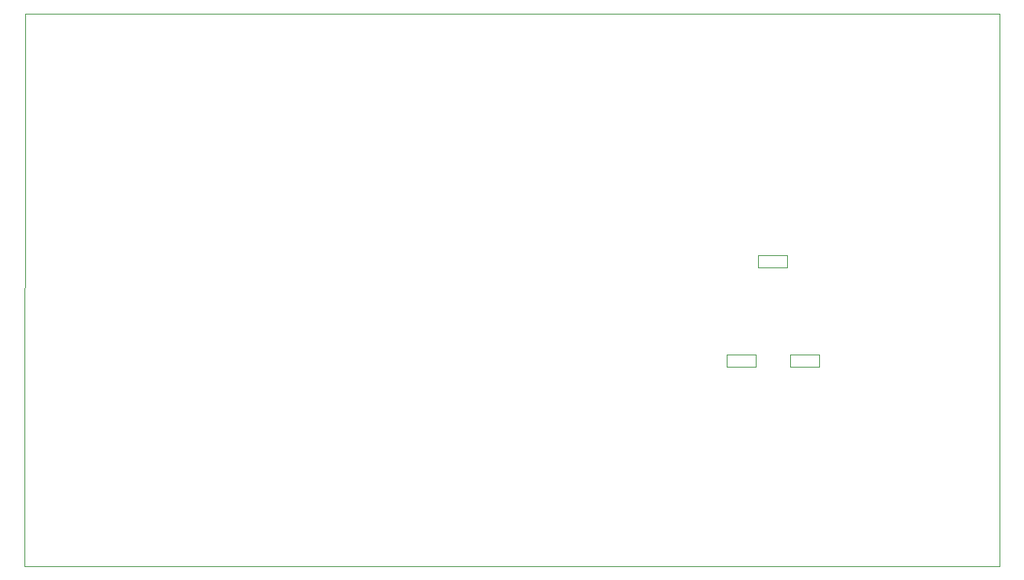
<source format=gbr>
%TF.GenerationSoftware,KiCad,Pcbnew,(5.1.5-0-10_14)*%
%TF.CreationDate,2020-02-25T17:23:17+00:00*%
%TF.ProjectId,Hardware,48617264-7761-4726-952e-6b696361645f,rev?*%
%TF.SameCoordinates,Original*%
%TF.FileFunction,Profile,NP*%
%FSLAX46Y46*%
G04 Gerber Fmt 4.6, Leading zero omitted, Abs format (unit mm)*
G04 Created by KiCad (PCBNEW (5.1.5-0-10_14)) date 2020-02-25 17:23:17*
%MOMM*%
%LPD*%
G04 APERTURE LIST*
%ADD10C,0.050000*%
G04 APERTURE END LIST*
D10*
X152450000Y-52700000D02*
X152450000Y-54100000D01*
X152450000Y-54100000D02*
X149250000Y-54100000D01*
X149250000Y-54100000D02*
X149250000Y-52700000D01*
X149250000Y-52700000D02*
X152450000Y-52700000D01*
X152750000Y-65100000D02*
X152750000Y-63700000D01*
X155950000Y-65100000D02*
X152750000Y-65100000D01*
X155950000Y-63700000D02*
X155950000Y-65100000D01*
X152750000Y-63700000D02*
X155950000Y-63700000D01*
X145750000Y-65100000D02*
X145750000Y-63700000D01*
X148950000Y-65100000D02*
X145750000Y-65100000D01*
X148950000Y-63700000D02*
X148950000Y-65100000D01*
X145750000Y-63700000D02*
X148950000Y-63700000D01*
X68000000Y-26000000D02*
X67950000Y-87150000D01*
X176000000Y-26000000D02*
X68000000Y-26000000D01*
X175950000Y-87150000D02*
X176000000Y-26000000D01*
X67950000Y-87150000D02*
X175950000Y-87150000D01*
M02*

</source>
